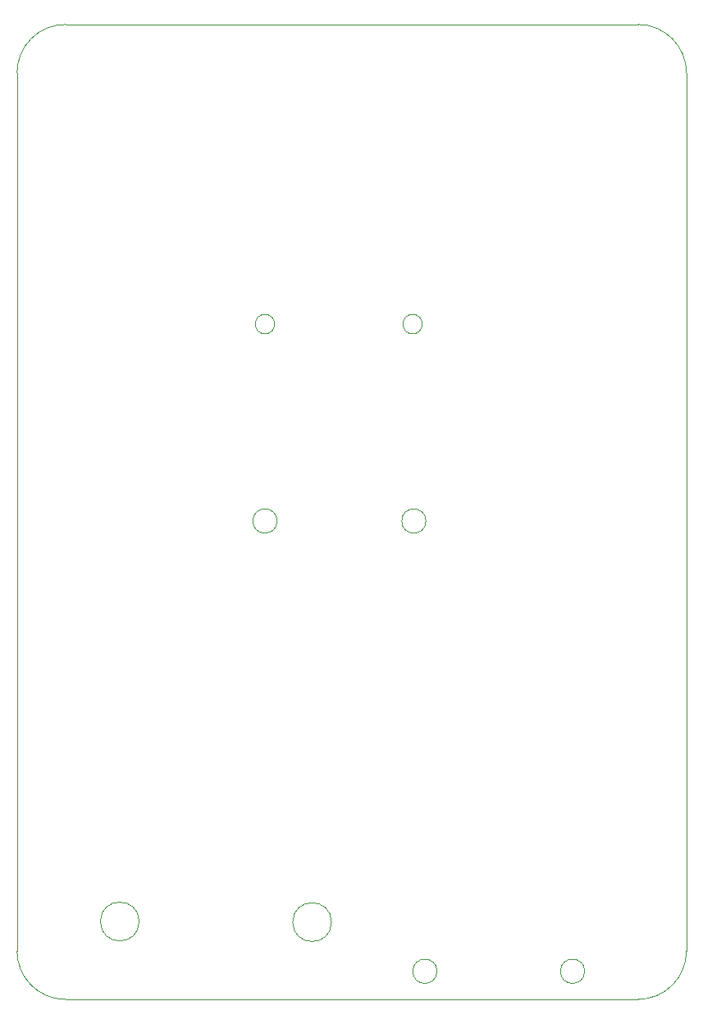
<source format=gbr>
%TF.GenerationSoftware,KiCad,Pcbnew,8.0.1*%
%TF.CreationDate,2024-08-24T13:25:50+01:00*%
%TF.ProjectId,ProjectALIENMainBoard,50726f6a-6563-4744-914c-49454e4d6169,1.0*%
%TF.SameCoordinates,Original*%
%TF.FileFunction,Profile,NP*%
%FSLAX46Y46*%
G04 Gerber Fmt 4.6, Leading zero omitted, Abs format (unit mm)*
G04 Created by KiCad (PCBNEW 8.0.1) date 2024-08-24 13:25:50*
%MOMM*%
%LPD*%
G01*
G04 APERTURE LIST*
%TA.AperFunction,Profile*%
%ADD10C,0.050000*%
%TD*%
%TA.AperFunction,Profile*%
%ADD11C,0.100000*%
%TD*%
G04 APERTURE END LIST*
D10*
X173050000Y-148500000D02*
G75*
G02*
X168050000Y-153500000I-5000000J0D01*
G01*
X173050000Y-148500000D02*
X173050000Y-57900000D01*
X168050000Y-52900000D02*
X108950000Y-52900000D01*
X108950000Y-153500000D02*
X168050000Y-153500000D01*
X108950000Y-153500000D02*
G75*
G02*
X103950000Y-148500000I0J5000000D01*
G01*
X168050000Y-52900000D02*
G75*
G02*
X173050000Y-57900000I0J-5000000D01*
G01*
X103950000Y-57900000D02*
G75*
G02*
X108950000Y-52900000I5000000J0D01*
G01*
X103950000Y-57900000D02*
X103950000Y-148500000D01*
D11*
%TO.C,J8*%
X130540000Y-83820000D02*
G75*
G02*
X128540000Y-83820000I-1000000J0D01*
G01*
X128540000Y-83820000D02*
G75*
G02*
X130540000Y-83820000I1000000J0D01*
G01*
X130790000Y-104140000D02*
G75*
G02*
X128290000Y-104140000I-1250000J0D01*
G01*
X128290000Y-104140000D02*
G75*
G02*
X130790000Y-104140000I1250000J0D01*
G01*
X145780000Y-83820000D02*
G75*
G02*
X143780000Y-83820000I-1000000J0D01*
G01*
X143780000Y-83820000D02*
G75*
G02*
X145780000Y-83820000I1000000J0D01*
G01*
X146158008Y-104139406D02*
G75*
G02*
X143658008Y-104139406I-1250000J0D01*
G01*
X143658008Y-104139406D02*
G75*
G02*
X146158008Y-104139406I1250000J0D01*
G01*
%TO.C,J7*%
X147300001Y-150599999D02*
G75*
G02*
X144800001Y-150599999I-1250000J0D01*
G01*
X144800001Y-150599999D02*
G75*
G02*
X147300001Y-150599999I1250000J0D01*
G01*
X162540000Y-150600000D02*
G75*
G02*
X160040000Y-150600000I-1250000J0D01*
G01*
X160040000Y-150600000D02*
G75*
G02*
X162540000Y-150600000I1250000J0D01*
G01*
%TO.C,J2*%
X116559151Y-145463111D02*
G75*
G02*
X112559151Y-145463111I-2000000J0D01*
G01*
X112559151Y-145463111D02*
G75*
G02*
X116559151Y-145463111I2000000J0D01*
G01*
X136410144Y-145530859D02*
G75*
G02*
X132410144Y-145530859I-2000000J0D01*
G01*
X132410144Y-145530859D02*
G75*
G02*
X136410144Y-145530859I2000000J0D01*
G01*
%TD*%
M02*

</source>
